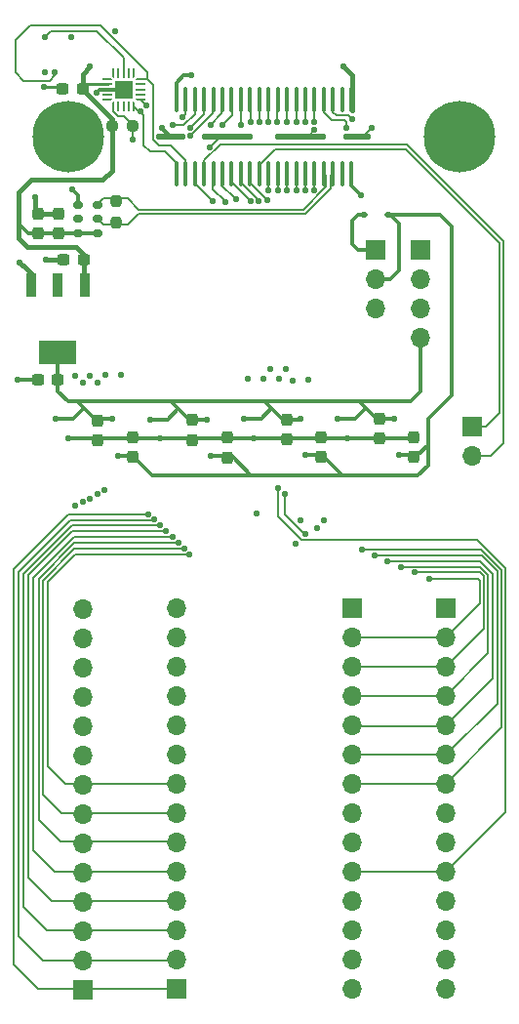
<source format=gbr>
%TF.GenerationSoftware,KiCad,Pcbnew,7.0.1*%
%TF.CreationDate,2023-09-03T17:39:20-04:00*%
%TF.ProjectId,syzygy-breakout-flash-LVL,73797a79-6779-42d6-9272-65616b6f7574,r1.0*%
%TF.SameCoordinates,PX66851e0PY4d70380*%
%TF.FileFunction,Copper,L4,Bot*%
%TF.FilePolarity,Positive*%
%FSLAX46Y46*%
G04 Gerber Fmt 4.6, Leading zero omitted, Abs format (unit mm)*
G04 Created by KiCad (PCBNEW 7.0.1) date 2023-09-03 17:39:20*
%MOMM*%
%LPD*%
G01*
G04 APERTURE LIST*
G04 Aperture macros list*
%AMRoundRect*
0 Rectangle with rounded corners*
0 $1 Rounding radius*
0 $2 $3 $4 $5 $6 $7 $8 $9 X,Y pos of 4 corners*
0 Add a 4 corners polygon primitive as box body*
4,1,4,$2,$3,$4,$5,$6,$7,$8,$9,$2,$3,0*
0 Add four circle primitives for the rounded corners*
1,1,$1+$1,$2,$3*
1,1,$1+$1,$4,$5*
1,1,$1+$1,$6,$7*
1,1,$1+$1,$8,$9*
0 Add four rect primitives between the rounded corners*
20,1,$1+$1,$2,$3,$4,$5,0*
20,1,$1+$1,$4,$5,$6,$7,0*
20,1,$1+$1,$6,$7,$8,$9,0*
20,1,$1+$1,$8,$9,$2,$3,0*%
%AMFreePoly0*
4,1,14,0.410355,0.110355,0.425000,0.075000,0.425000,0.045711,0.410355,0.010356,0.289644,-0.110355,0.254289,-0.125000,-0.375000,-0.125000,-0.410355,-0.110355,-0.425000,-0.075000,-0.425000,0.075000,-0.410355,0.110355,-0.375000,0.125000,0.375000,0.125000,0.410355,0.110355,0.410355,0.110355,$1*%
%AMFreePoly1*
4,1,14,0.289644,0.110355,0.410355,-0.010356,0.425000,-0.045711,0.425000,-0.075000,0.410355,-0.110355,0.375000,-0.125000,-0.375000,-0.125000,-0.410355,-0.110355,-0.425000,-0.075000,-0.425000,0.075000,-0.410355,0.110355,-0.375000,0.125000,0.254289,0.125000,0.289644,0.110355,0.289644,0.110355,$1*%
%AMFreePoly2*
4,1,14,0.110355,0.410355,0.125000,0.375000,0.125000,-0.375000,0.110355,-0.410355,0.075000,-0.425000,0.045711,-0.425000,0.010356,-0.410355,-0.110355,-0.289644,-0.125000,-0.254289,-0.125000,0.375000,-0.110355,0.410355,-0.075000,0.425000,0.075000,0.425000,0.110355,0.410355,0.110355,0.410355,$1*%
%AMFreePoly3*
4,1,14,0.110355,0.410355,0.125000,0.375000,0.125000,-0.254289,0.110355,-0.289644,-0.010356,-0.410355,-0.045711,-0.425000,-0.075000,-0.425000,-0.110355,-0.410355,-0.125000,-0.375000,-0.125000,0.375000,-0.110355,0.410355,-0.075000,0.425000,0.075000,0.425000,0.110355,0.410355,0.110355,0.410355,$1*%
%AMFreePoly4*
4,1,14,0.410355,0.110355,0.425000,0.075000,0.425000,-0.075000,0.410355,-0.110355,0.375000,-0.125000,-0.375000,-0.125000,-0.410355,-0.110355,-0.425000,-0.075000,-0.425000,-0.045711,-0.410355,-0.010355,-0.289643,0.110355,-0.254289,0.125000,0.375000,0.125000,0.410355,0.110355,0.410355,0.110355,$1*%
%AMFreePoly5*
4,1,14,0.410355,0.110355,0.425000,0.075000,0.425000,-0.075000,0.410355,-0.110355,0.375000,-0.125000,-0.254289,-0.125000,-0.289644,-0.110355,-0.410355,0.010356,-0.425000,0.045711,-0.425000,0.075000,-0.410355,0.110355,-0.375000,0.125000,0.375000,0.125000,0.410355,0.110355,0.410355,0.110355,$1*%
%AMFreePoly6*
4,1,14,-0.010356,0.410355,0.110355,0.289644,0.125000,0.254289,0.125000,-0.375000,0.110355,-0.410355,0.075000,-0.425000,-0.075000,-0.425000,-0.110355,-0.410355,-0.125000,-0.375000,-0.125000,0.375000,-0.110355,0.410355,-0.075000,0.425000,-0.045711,0.425000,-0.010356,0.410355,-0.010356,0.410355,$1*%
%AMFreePoly7*
4,1,14,0.110355,0.410355,0.125000,0.375000,0.125000,-0.375000,0.110355,-0.410355,0.075000,-0.425000,-0.075000,-0.425000,-0.110355,-0.410355,-0.125000,-0.375000,-0.125000,0.254289,-0.110355,0.289644,0.010356,0.410355,0.045711,0.425000,0.075000,0.425000,0.110355,0.410355,0.110355,0.410355,$1*%
G04 Aperture macros list end*
%TA.AperFunction,ComponentPad*%
%ADD10R,1.700000X1.700000*%
%TD*%
%TA.AperFunction,ComponentPad*%
%ADD11O,1.700000X1.700000*%
%TD*%
%TA.AperFunction,ComponentPad*%
%ADD12C,6.200000*%
%TD*%
%TA.AperFunction,SMDPad,CuDef*%
%ADD13RoundRect,0.060000X0.090000X1.040000X-0.090000X1.040000X-0.090000X-1.040000X0.090000X-1.040000X0*%
%TD*%
%TA.AperFunction,SMDPad,CuDef*%
%ADD14RoundRect,0.100000X-1.100000X0.150000X-1.100000X-0.150000X1.100000X-0.150000X1.100000X0.150000X0*%
%TD*%
%TA.AperFunction,SMDPad,CuDef*%
%ADD15RoundRect,0.100000X-2.075000X0.150000X-2.075000X-0.150000X2.075000X-0.150000X2.075000X0.150000X0*%
%TD*%
%TA.AperFunction,SMDPad,CuDef*%
%ADD16RoundRect,0.100000X-1.150000X0.150000X-1.150000X-0.150000X1.150000X-0.150000X1.150000X0.150000X0*%
%TD*%
%TA.AperFunction,SMDPad,CuDef*%
%ADD17RoundRect,0.237500X0.237500X-0.300000X0.237500X0.300000X-0.237500X0.300000X-0.237500X-0.300000X0*%
%TD*%
%TA.AperFunction,SMDPad,CuDef*%
%ADD18RoundRect,0.237500X-0.237500X0.300000X-0.237500X-0.300000X0.237500X-0.300000X0.237500X0.300000X0*%
%TD*%
%TA.AperFunction,SMDPad,CuDef*%
%ADD19RoundRect,0.237500X-0.250000X-0.237500X0.250000X-0.237500X0.250000X0.237500X-0.250000X0.237500X0*%
%TD*%
%TA.AperFunction,SMDPad,CuDef*%
%ADD20RoundRect,0.112500X0.187500X0.112500X-0.187500X0.112500X-0.187500X-0.112500X0.187500X-0.112500X0*%
%TD*%
%TA.AperFunction,SMDPad,CuDef*%
%ADD21RoundRect,0.237500X-0.300000X-0.237500X0.300000X-0.237500X0.300000X0.237500X-0.300000X0.237500X0*%
%TD*%
%TA.AperFunction,SMDPad,CuDef*%
%ADD22RoundRect,0.150000X-0.250000X-0.150000X0.250000X-0.150000X0.250000X0.150000X-0.250000X0.150000X0*%
%TD*%
%TA.AperFunction,SMDPad,CuDef*%
%ADD23RoundRect,0.237500X0.300000X0.237500X-0.300000X0.237500X-0.300000X-0.237500X0.300000X-0.237500X0*%
%TD*%
%TA.AperFunction,SMDPad,CuDef*%
%ADD24R,0.950000X2.150000*%
%TD*%
%TA.AperFunction,SMDPad,CuDef*%
%ADD25R,3.250000X2.150000*%
%TD*%
%TA.AperFunction,SMDPad,CuDef*%
%ADD26RoundRect,0.237500X0.237500X-0.250000X0.237500X0.250000X-0.237500X0.250000X-0.237500X-0.250000X0*%
%TD*%
%TA.AperFunction,SMDPad,CuDef*%
%ADD27FreePoly0,90.000000*%
%TD*%
%TA.AperFunction,SMDPad,CuDef*%
%ADD28RoundRect,0.062500X0.062500X-0.362500X0.062500X0.362500X-0.062500X0.362500X-0.062500X-0.362500X0*%
%TD*%
%TA.AperFunction,SMDPad,CuDef*%
%ADD29FreePoly1,90.000000*%
%TD*%
%TA.AperFunction,SMDPad,CuDef*%
%ADD30FreePoly2,90.000000*%
%TD*%
%TA.AperFunction,SMDPad,CuDef*%
%ADD31RoundRect,0.062500X0.362500X-0.062500X0.362500X0.062500X-0.362500X0.062500X-0.362500X-0.062500X0*%
%TD*%
%TA.AperFunction,SMDPad,CuDef*%
%ADD32FreePoly3,90.000000*%
%TD*%
%TA.AperFunction,SMDPad,CuDef*%
%ADD33FreePoly4,90.000000*%
%TD*%
%TA.AperFunction,SMDPad,CuDef*%
%ADD34FreePoly5,90.000000*%
%TD*%
%TA.AperFunction,SMDPad,CuDef*%
%ADD35FreePoly6,90.000000*%
%TD*%
%TA.AperFunction,SMDPad,CuDef*%
%ADD36FreePoly7,90.000000*%
%TD*%
%TA.AperFunction,SMDPad,CuDef*%
%ADD37R,1.600000X1.600000*%
%TD*%
%TA.AperFunction,ViaPad*%
%ADD38C,0.550000*%
%TD*%
%TA.AperFunction,Conductor*%
%ADD39C,0.400000*%
%TD*%
%TA.AperFunction,Conductor*%
%ADD40C,0.300000*%
%TD*%
%TA.AperFunction,Conductor*%
%ADD41C,0.250000*%
%TD*%
%TA.AperFunction,Conductor*%
%ADD42C,0.200000*%
%TD*%
G04 APERTURE END LIST*
D10*
X40534000Y-34427000D03*
D11*
X40534000Y-36967000D03*
D10*
X30120000Y-50180000D03*
D11*
X30120000Y-52720000D03*
X30120000Y-55260000D03*
X30120000Y-57800000D03*
X30120000Y-60340000D03*
X30120000Y-62880000D03*
X30120000Y-65420000D03*
X30120000Y-67960000D03*
X30120000Y-70500000D03*
X30120000Y-73040000D03*
X30120000Y-75580000D03*
X30120000Y-78120000D03*
X30120000Y-80660000D03*
X30120000Y-83200000D03*
D10*
X36089000Y-19130000D03*
D11*
X36089000Y-21670000D03*
X36089000Y-24210000D03*
X36089000Y-26750000D03*
D10*
X32159300Y-19102400D03*
D11*
X32159300Y-21642400D03*
X32159300Y-24182400D03*
D10*
X14877200Y-83200000D03*
D11*
X14877200Y-80660000D03*
X14877200Y-78120000D03*
X14877200Y-75580000D03*
X14877200Y-73040000D03*
X14877200Y-70500000D03*
X14877200Y-67960000D03*
X14877200Y-65420000D03*
X14877200Y-62880000D03*
X14877200Y-60340000D03*
X14877200Y-57800000D03*
X14877200Y-55260000D03*
X14877200Y-52720000D03*
X14877200Y-50180000D03*
D10*
X38248000Y-50180000D03*
D11*
X38248000Y-52720000D03*
X38248000Y-55260000D03*
X38248000Y-57800000D03*
X38248000Y-60340000D03*
X38248000Y-62880000D03*
X38248000Y-65420000D03*
X38248000Y-67960000D03*
X38248000Y-70500000D03*
X38248000Y-73040000D03*
X38248000Y-75580000D03*
X38248000Y-78120000D03*
X38248000Y-80660000D03*
X38248000Y-83200000D03*
D10*
X6749200Y-83290400D03*
D11*
X6749200Y-80750400D03*
X6749200Y-78210400D03*
X6749200Y-75670400D03*
X6749200Y-73130400D03*
X6749200Y-70590400D03*
X6749200Y-68050400D03*
X6749200Y-65510400D03*
X6749200Y-62970400D03*
X6749200Y-60430400D03*
X6749200Y-57890400D03*
X6749200Y-55350400D03*
X6749200Y-52810400D03*
X6749200Y-50270400D03*
D12*
X39482000Y-9286000D03*
X5482000Y-9286000D03*
D13*
X14882000Y-12486000D03*
X14882000Y-6086000D03*
X15682000Y-12486000D03*
X15682000Y-6086000D03*
X16482000Y-12486000D03*
X16482000Y-6086000D03*
X17282000Y-12486000D03*
X17282000Y-6086000D03*
X18082000Y-12486000D03*
X18082000Y-6086000D03*
X18882000Y-12486000D03*
X18882000Y-6086000D03*
X19682000Y-12486000D03*
X19682000Y-6086000D03*
X20482000Y-12486000D03*
X20482000Y-6086000D03*
X21282000Y-12486000D03*
X21282000Y-6086000D03*
X22082000Y-12486000D03*
X22082000Y-6086000D03*
X22882000Y-12486000D03*
X22882000Y-6086000D03*
X23682000Y-12486000D03*
X23682000Y-6086000D03*
X24482000Y-12486000D03*
X24482000Y-6086000D03*
X25282000Y-12486000D03*
X25282000Y-6086000D03*
X26082000Y-12486000D03*
X26082000Y-6086000D03*
X26882000Y-12486000D03*
X26882000Y-6086000D03*
X27682000Y-12486000D03*
X27682000Y-6086000D03*
X28482000Y-12486000D03*
X28482000Y-6086000D03*
X29282000Y-12486000D03*
X29282000Y-6086000D03*
X30082000Y-12486000D03*
X30082000Y-6086000D03*
D14*
X30532000Y-9286000D03*
D15*
X25632000Y-9286000D03*
X19332000Y-9286000D03*
D16*
X14432000Y-9286000D03*
D17*
X2885200Y-17686400D03*
X2885200Y-15961400D03*
D18*
X16251600Y-33873200D03*
X16251600Y-35598200D03*
D19*
X9293000Y-8371800D03*
X11118000Y-8371800D03*
D20*
X33284000Y-16082000D03*
X31184000Y-16082000D03*
D21*
X5124700Y-19993600D03*
X6849700Y-19993600D03*
D17*
X4662100Y-17682200D03*
X4662100Y-15957200D03*
D22*
X6360100Y-17682200D03*
X6360100Y-16432200D03*
X6360100Y-15182200D03*
X8010100Y-15182200D03*
X8010100Y-16432200D03*
X8010100Y-17682200D03*
D17*
X27424800Y-37060200D03*
X27424800Y-35335200D03*
D18*
X24481200Y-33824600D03*
X24481200Y-35549600D03*
D17*
X35451200Y-37061300D03*
X35451200Y-35336300D03*
X11118000Y-37060200D03*
X11118000Y-35335200D03*
D23*
X4615600Y-30356800D03*
X2890600Y-30356800D03*
X6750000Y-5175000D03*
X5025000Y-5175000D03*
D24*
X2315600Y-22194600D03*
X4615600Y-22194600D03*
X6915600Y-22194600D03*
D25*
X4615600Y-27994600D03*
D17*
X19296800Y-37112100D03*
X19296800Y-35387100D03*
D18*
X8022000Y-33926200D03*
X8022000Y-35651200D03*
D26*
X9658700Y-16713200D03*
X9658700Y-14888200D03*
D27*
X11208000Y-6653000D03*
D28*
X10758000Y-6653000D03*
X10308000Y-6653000D03*
X9858000Y-6653000D03*
D29*
X9408000Y-6653000D03*
D30*
X8858000Y-6103000D03*
D31*
X8858000Y-5653000D03*
X8858000Y-5203000D03*
X8858000Y-4753000D03*
D32*
X8858000Y-4303000D03*
D33*
X9408000Y-3753000D03*
D28*
X9858000Y-3753000D03*
X10308000Y-3753000D03*
X10758000Y-3753000D03*
D34*
X11208000Y-3753000D03*
D35*
X11758000Y-4303000D03*
D31*
X11758000Y-4753000D03*
X11758000Y-5203000D03*
X11758000Y-5653000D03*
D36*
X11758000Y-6103000D03*
D37*
X10308000Y-5203000D03*
D18*
X32558400Y-33720800D03*
X32558400Y-35445800D03*
D38*
X13454800Y-35494600D03*
X3548800Y-19993600D03*
X3450000Y-3698000D03*
X5885600Y-13897600D03*
X1313600Y-20196800D03*
X17772800Y-10189200D03*
X31844400Y-8512800D03*
X29710800Y-35494600D03*
X13610000Y-8541873D03*
X21582800Y-35494600D03*
X3350000Y-5000000D03*
X1110400Y-30356800D03*
X5530000Y-35494600D03*
X2634400Y-14558000D03*
X7936972Y-5476000D03*
X26837927Y-8742102D03*
X11731000Y-7083100D03*
X5736000Y-650000D03*
X4339000Y-3698000D03*
X11070000Y-9540000D03*
X15442000Y-7563700D03*
X18026800Y-14913600D03*
X21074800Y-30306000D03*
X14572400Y-8309600D03*
X16096400Y-8512800D03*
X19144400Y-14964400D03*
X22446400Y-30306000D03*
X16083500Y-9248415D03*
X23056000Y-29442400D03*
X20058800Y-14710400D03*
X16150000Y-3952000D03*
X17874400Y-8258800D03*
X21300535Y-14891065D03*
X23767200Y-30306000D03*
X18890400Y-8258800D03*
X24427600Y-29442400D03*
X22046105Y-14856695D03*
X20516000Y-8309600D03*
X22766275Y-14796925D03*
X21328800Y-8055600D03*
X22090800Y-8055600D03*
X22903600Y-13948400D03*
X6088800Y-30052000D03*
X22903600Y-8055600D03*
X23665600Y-8055600D03*
X6749200Y-30610800D03*
X24478400Y-13948400D03*
X7409600Y-30001200D03*
X24478400Y-8055600D03*
X25291200Y-13948400D03*
X8070000Y-30610800D03*
X25291200Y-8055600D03*
X26053200Y-13948400D03*
X8730400Y-29950400D03*
X26104000Y-8004800D03*
X26852563Y-13934963D03*
X10051200Y-29950400D03*
X26866000Y-8004800D03*
X28900800Y-33720800D03*
X20722000Y-33771600D03*
X17521600Y-33822400D03*
X12594000Y-33822400D03*
X4415200Y-33720800D03*
X25649600Y-33771600D03*
X33828400Y-33720800D03*
X9342800Y-33720800D03*
X23716400Y-13948400D03*
X30882000Y-14366000D03*
X29358000Y-3190000D03*
X7412000Y-3190000D03*
X36822800Y-47628800D03*
X35603600Y-47094800D03*
X34376636Y-46593300D03*
X33165200Y-46091800D03*
X32098400Y-45590300D03*
X31031600Y-45088800D03*
X25240400Y-44580800D03*
X24326000Y-40313600D03*
X26050935Y-43712965D03*
X23716400Y-39805600D03*
X25646800Y-42599600D03*
X27120000Y-43209200D03*
X27729600Y-42548800D03*
X21836800Y-41990000D03*
X12437990Y-42041300D03*
X12946800Y-42498500D03*
X13505600Y-43006000D03*
X14013600Y-43514000D03*
X14572400Y-44022000D03*
X15086400Y-44524000D03*
X15557645Y-45009369D03*
X15994800Y-45546000D03*
X6088800Y-41329600D03*
X6749200Y-40974000D03*
X7409600Y-40669200D03*
X8070000Y-40313600D03*
X8679600Y-39958000D03*
X26106800Y-36870400D03*
X9800000Y-36972000D03*
X17877000Y-36972000D03*
X34234800Y-36870400D03*
X9546000Y-142000D03*
X12265000Y-6610300D03*
X3450000Y-650000D03*
X24986400Y-30458400D03*
X29666500Y-8512800D03*
X30168000Y-7801600D03*
X26307200Y-30407600D03*
D39*
X2939200Y-15980400D02*
X2634400Y-15675600D01*
D40*
X1110400Y-30356800D02*
X2786800Y-30356800D01*
D41*
X3345600Y-5007600D02*
X3345600Y-5004400D01*
D40*
X13454800Y-35494600D02*
X21582800Y-35494600D01*
D42*
X31844400Y-8512800D02*
X31071200Y-9286000D01*
D40*
X8190972Y-5222000D02*
X10308000Y-5222000D01*
D41*
X3345600Y-5004400D02*
X3350000Y-5000000D01*
D42*
X26837927Y-8742102D02*
X26294029Y-9286000D01*
D40*
X6345600Y-14357600D02*
X5885600Y-13897600D01*
D42*
X17772800Y-10189200D02*
X18687200Y-9274800D01*
D39*
X2380400Y-22228800D02*
X2380400Y-21263600D01*
D42*
X31071200Y-9286000D02*
X30532000Y-9286000D01*
D40*
X5530000Y-35494600D02*
X13454800Y-35494600D01*
D39*
X5123600Y-19993600D02*
X3548800Y-19993600D01*
X2634400Y-15675600D02*
X2634400Y-14558000D01*
D40*
X14354127Y-9286000D02*
X13610000Y-8541873D01*
D39*
X1872400Y-20755600D02*
X1313600Y-20196800D01*
D42*
X26294029Y-9286000D02*
X25632000Y-9286000D01*
D39*
X4666400Y-15980400D02*
X2939200Y-15980400D01*
X2380400Y-21263600D02*
X1872400Y-20755600D01*
D42*
X18687200Y-9274800D02*
X19347600Y-9274800D01*
D40*
X6345600Y-14829000D02*
X6345600Y-14357600D01*
X6345600Y-14829000D02*
X6345600Y-15193000D01*
X7936972Y-5476000D02*
X8190972Y-5222000D01*
D41*
X3345600Y-5007600D02*
X4920400Y-5007600D01*
D40*
X21582800Y-35494600D02*
X29710800Y-35494600D01*
X29710800Y-35494600D02*
X35545800Y-35494600D01*
D42*
X11208000Y-6653000D02*
X11638000Y-7083100D01*
X14882000Y-11904500D02*
X14882000Y-12486000D01*
X13864000Y-10556000D02*
X14882000Y-11574000D01*
X12594000Y-10556000D02*
X13864000Y-10556000D01*
X14882000Y-11574000D02*
X14882000Y-11904500D01*
X12068000Y-7420200D02*
X12068000Y-10030000D01*
X11731000Y-7083100D02*
X12068000Y-7420200D01*
X12068000Y-10030000D02*
X12594000Y-10556000D01*
X11638000Y-7083100D02*
X11731000Y-7083100D01*
X13356000Y-10048000D02*
X12848000Y-9540000D01*
X15682000Y-11358000D02*
X14372000Y-10048000D01*
X12388809Y-4315076D02*
X11771362Y-4315076D01*
X15682000Y-11781700D02*
X15682000Y-12486000D01*
X4339000Y-3698000D02*
X4339000Y-3952000D01*
X14372000Y-10048000D02*
X13356000Y-10048000D01*
X3864000Y-4427000D02*
X1639000Y-4427000D01*
X12848000Y-4774267D02*
X12388809Y-4315076D01*
X1639000Y-4427000D02*
X910000Y-3698000D01*
X8276000Y366000D02*
X2180000Y366000D01*
X4339000Y-3952000D02*
X3864000Y-4427000D01*
X12388809Y-3746809D02*
X12388809Y-4315076D01*
X8276000Y366000D02*
X12388809Y-3746809D01*
X910000Y-3698000D02*
X910000Y-904000D01*
X15682000Y-11781700D02*
X15682000Y-11358000D01*
X12848000Y-9540000D02*
X12848000Y-4774267D01*
X2180000Y366000D02*
X910000Y-904000D01*
X9419000Y-7127000D02*
X9419000Y-6873000D01*
X11070000Y-9540000D02*
X11070000Y-8270000D01*
X15442000Y-7563700D02*
X15682000Y-7324000D01*
X9419000Y-6746000D02*
X9408000Y-6735000D01*
X11070000Y-8270000D02*
X10308000Y-7508000D01*
X9800000Y-7508000D02*
X9419000Y-7127000D01*
X9419000Y-7127000D02*
X9419000Y-6873000D01*
X9408000Y-6735000D02*
X9408000Y-6653000D01*
X15682000Y-7324000D02*
X15682000Y-6086000D01*
X9419000Y-6873000D02*
X9419000Y-6619000D01*
X10308000Y-7508000D02*
X9800000Y-7508000D01*
X16502800Y-12576800D02*
X16502800Y-13313390D01*
X16502800Y-13338800D02*
X16502800Y-13389600D01*
X16502800Y-13389600D02*
X18026800Y-14913600D01*
X16502800Y-7344400D02*
X16502800Y-6074400D01*
X14572400Y-8309600D02*
X15537600Y-8309600D01*
X15537600Y-8309600D02*
X16502800Y-7344400D01*
X17315600Y-12526000D02*
X17315600Y-11716521D01*
X43262752Y-35854848D02*
X42156800Y-36960800D01*
X34897648Y-9986000D02*
X43262752Y-18351104D01*
X42156800Y-36960800D02*
X40531200Y-36960800D01*
X17315600Y-11356336D02*
X18685936Y-9986000D01*
X17315600Y-11713200D02*
X17315600Y-11356336D01*
X43262752Y-18351104D02*
X43262752Y-35854848D01*
X18685936Y-9986000D02*
X34897648Y-9986000D01*
X17264800Y-6023600D02*
X17264800Y-7344400D01*
X17264800Y-7344400D02*
X16096400Y-8512800D01*
D40*
X19144400Y-14913600D02*
X19144400Y-14964400D01*
D42*
X18077600Y-13846800D02*
X19144400Y-14913600D01*
X18077600Y-12526000D02*
X18077600Y-13846800D01*
X18077600Y-7254315D02*
X16083500Y-9248415D01*
X18077600Y-6023600D02*
X18077600Y-7254315D01*
X18839600Y-13440400D02*
X18839600Y-12526000D01*
D40*
X20008000Y-14659600D02*
X20058800Y-14710400D01*
D42*
X18839600Y-13491200D02*
X20008000Y-14659600D01*
D40*
X15540400Y-3952000D02*
X14880000Y-4612400D01*
X16150000Y-3952000D02*
X15540400Y-3952000D01*
X14880000Y-6238000D02*
X14880000Y-4612400D01*
D42*
X17874400Y-8258800D02*
X18839600Y-7293600D01*
X18839600Y-7293600D02*
X18839600Y-6023600D01*
X19703200Y-13313790D02*
X21227200Y-14837790D01*
X19703200Y-12475200D02*
X19703200Y-13313790D01*
D40*
X21247260Y-14837790D02*
X21300535Y-14891065D01*
X21227200Y-14837790D02*
X21247260Y-14837790D01*
D42*
X19703200Y-7446000D02*
X19703200Y-6074400D01*
X18890400Y-8258800D02*
X19703200Y-7446000D01*
X20465200Y-13275790D02*
X21989200Y-14799790D01*
D40*
X21989200Y-14799790D02*
X22046105Y-14856695D01*
D42*
X20465200Y-12475200D02*
X20465200Y-13275790D01*
X20516000Y-8309600D02*
X20516000Y-6074400D01*
D40*
X22750610Y-14761200D02*
X22750610Y-14781260D01*
D42*
X21278000Y-13288590D02*
X22750610Y-14761200D01*
X21278000Y-12475200D02*
X21278000Y-13288590D01*
D40*
X22750610Y-14781260D02*
X22766275Y-14796925D01*
D42*
X21328800Y-7446000D02*
X21328800Y-8055600D01*
X21328800Y-6074400D02*
X21328800Y-7446000D01*
X42935752Y-33286248D02*
X41750400Y-34471600D01*
X42935752Y-18486552D02*
X42935752Y-33286248D01*
X22090800Y-12627600D02*
X22090800Y-11741321D01*
X41750400Y-34471600D02*
X40632800Y-34471600D01*
X34841600Y-10392400D02*
X42935752Y-18486552D01*
X22090800Y-11741321D02*
X23439721Y-10392400D01*
X23439721Y-10392400D02*
X34841600Y-10392400D01*
X22090800Y-6074400D02*
X22090800Y-7446000D01*
X22090800Y-7446000D02*
X22090800Y-8055600D01*
X22903600Y-12526000D02*
X22903600Y-13948400D01*
X22903600Y-6074400D02*
X22903600Y-8055600D01*
X23665600Y-6074400D02*
X23665600Y-8055600D01*
X24478400Y-12475200D02*
X24478400Y-13948400D01*
X24478400Y-6074400D02*
X24478400Y-8055600D01*
X25291200Y-12475200D02*
X25291200Y-13948400D01*
X25291200Y-6074400D02*
X25291200Y-8055600D01*
X26053200Y-12424400D02*
X26053200Y-13948400D01*
X26104000Y-6074400D02*
X26104000Y-8004800D01*
X26866000Y-12424400D02*
X26866000Y-13921526D01*
D40*
X26866000Y-13921526D02*
X26852563Y-13934963D01*
D42*
X26866000Y-6074400D02*
X26866000Y-8004800D01*
X25894156Y-15602600D02*
X27882000Y-13614756D01*
X27882000Y-12686000D02*
X27682000Y-12486000D01*
X11626000Y-15602600D02*
X25894156Y-15602600D01*
X8019200Y-15167600D02*
X8527200Y-14659600D01*
X10683000Y-14659600D02*
X11626000Y-15602600D01*
X27882000Y-13614756D02*
X27882000Y-12686000D01*
X8527200Y-14659600D02*
X10683000Y-14659600D01*
D40*
X20722000Y-33771600D02*
X22246000Y-33771600D01*
X30424800Y-33720800D02*
X31339200Y-32806400D01*
X24125600Y-33822400D02*
X22601600Y-32298400D01*
X33828400Y-33771600D02*
X32304400Y-33771600D01*
D42*
X23160800Y-32856700D02*
X22932100Y-33085400D01*
X17471000Y-33873000D02*
X17522000Y-33822000D01*
D40*
X36064000Y-31384000D02*
X36064000Y-26804000D01*
D42*
X15032000Y-32908000D02*
X15032500Y-32907500D01*
D40*
X5939200Y-33720800D02*
X6853600Y-32806400D01*
X5490400Y-32247600D02*
X6294800Y-32247600D01*
X4415200Y-33720800D02*
X5939200Y-33720800D01*
X9342800Y-33771600D02*
X7818800Y-33771600D01*
X28900800Y-33720800D02*
X30424800Y-33720800D01*
D42*
X22932100Y-33085400D02*
X22931900Y-33085400D01*
X22931900Y-33085400D02*
X22931900Y-33085300D01*
D40*
X25649600Y-33822400D02*
X24125600Y-33822400D01*
X34438000Y-32248000D02*
X35200000Y-32248000D01*
X35200000Y-32248000D02*
X36064000Y-31384000D01*
X34438000Y-32247600D02*
X6294800Y-32247600D01*
D42*
X25600000Y-33822000D02*
X25650000Y-33772000D01*
D40*
X32304400Y-33771600D02*
X30780400Y-32247600D01*
X17521600Y-33873200D02*
X15997600Y-33873200D01*
X4615600Y-27969200D02*
X4615600Y-31372800D01*
X4615600Y-31372800D02*
X5490400Y-32247600D01*
X22246000Y-33771600D02*
X23160400Y-32857200D01*
D42*
X32558400Y-33720800D02*
X32558400Y-33772000D01*
D40*
X12594000Y-33822400D02*
X14118000Y-33822400D01*
X14118000Y-33822400D02*
X15032400Y-32908000D01*
X9342800Y-33771600D02*
X9342800Y-33720800D01*
X15997600Y-33873200D02*
X14473600Y-32349200D01*
X7818800Y-33771600D02*
X6294800Y-32247600D01*
D42*
X23716400Y-12475200D02*
X23716400Y-13948400D01*
X28282000Y-12686000D02*
X28482000Y-12486000D01*
X26059844Y-16002600D02*
X28282000Y-13780444D01*
X10683000Y-16945600D02*
X11626000Y-16002600D01*
X8019200Y-16437600D02*
X8527200Y-16945600D01*
X11626000Y-16002600D02*
X26059844Y-16002600D01*
X8527200Y-16945600D02*
X10683000Y-16945600D01*
X28282000Y-13780444D02*
X28282000Y-12686000D01*
D40*
X30082000Y-13467400D02*
X30082000Y-13566000D01*
X30082000Y-13467400D02*
X30082000Y-12486000D01*
X30082000Y-13566000D02*
X30882000Y-14366000D01*
X2180000Y-17682200D02*
X8022000Y-17682200D01*
D39*
X6190400Y-18876000D02*
X1974000Y-18876000D01*
X6850800Y-19587200D02*
X6850800Y-22178000D01*
X1212000Y-14151600D02*
X1212000Y-16844000D01*
X6190400Y-18876000D02*
X6850800Y-19536400D01*
X1212000Y-18114000D02*
X1212000Y-17961600D01*
X8490400Y-13034000D02*
X2329600Y-13034000D01*
X6752000Y-5222000D02*
X6752000Y-3850000D01*
X6752000Y-3850000D02*
X7412000Y-3190000D01*
X6752000Y-5222000D02*
X9292000Y-7762000D01*
X1974000Y-18876000D02*
X1212000Y-18114000D01*
X1212000Y-16844000D02*
X1212000Y-17961600D01*
X9292000Y-12232400D02*
X9292000Y-7762000D01*
D40*
X2050200Y-17682200D02*
X1212000Y-16844000D01*
D41*
X7224000Y-4750000D02*
X6752000Y-5222000D01*
D39*
X2329600Y-13034000D02*
X1212000Y-14151600D01*
X30120000Y-3952000D02*
X29358000Y-3190000D01*
D41*
X9000000Y-4750000D02*
X7224000Y-4750000D01*
D39*
X30120000Y-3952000D02*
X30120000Y-7000000D01*
X9292000Y-12232400D02*
X8490400Y-13034000D01*
D40*
X2180000Y-17682200D02*
X2050200Y-17682200D01*
D42*
X30082000Y-6086000D02*
X30120000Y-6086000D01*
X41220200Y-49733800D02*
X38245200Y-52708800D01*
X38296000Y-52708800D02*
X30168000Y-52708800D01*
X36822800Y-47628800D02*
X41039200Y-47628800D01*
X41220200Y-47809800D02*
X41220200Y-49733800D01*
X41039200Y-47628800D02*
X41220200Y-47809800D01*
X38245200Y-55248800D02*
X30168000Y-55248800D01*
X41547200Y-51946800D02*
X38245200Y-55248800D01*
X41216400Y-47094800D02*
X41547200Y-47425600D01*
X41547200Y-47425600D02*
X41547200Y-51946800D01*
X35603600Y-47094800D02*
X41216400Y-47094800D01*
X41953600Y-47324000D02*
X41953600Y-54080400D01*
X41953600Y-54080400D02*
X38245200Y-57788800D01*
X41222900Y-46593300D02*
X41953600Y-47324000D01*
X38245200Y-57839600D02*
X30117200Y-57839600D01*
X34376636Y-46593300D02*
X41222900Y-46593300D01*
X42360000Y-56264800D02*
X42360000Y-47222400D01*
X38245200Y-60379600D02*
X42360000Y-56264800D01*
X42360000Y-47222400D02*
X41229400Y-46091800D01*
X41229400Y-46091800D02*
X33165200Y-46091800D01*
X38296000Y-60430400D02*
X30117200Y-60430400D01*
X41383052Y-45590300D02*
X32098400Y-45590300D01*
X42763776Y-46971024D02*
X41383052Y-45590300D01*
X42738376Y-58477224D02*
X42738376Y-46996424D01*
X42738376Y-46996424D02*
X42763776Y-46971024D01*
X38296000Y-62919600D02*
X42738376Y-58477224D01*
X38296000Y-62919600D02*
X30117200Y-62919600D01*
X43122000Y-46866800D02*
X43122000Y-60532000D01*
X43122000Y-60532000D02*
X38245200Y-65408800D01*
X41344000Y-45088800D02*
X43122000Y-46866800D01*
X38245200Y-65408800D02*
X30117200Y-65408800D01*
X31031600Y-45088800D02*
X41344000Y-45088800D01*
X26046700Y-43717200D02*
X26050935Y-43712965D01*
X24326000Y-42040800D02*
X26002400Y-43717200D01*
X26002400Y-43717200D02*
X26046700Y-43717200D01*
X24326000Y-40313600D02*
X24326000Y-41380400D01*
X24326000Y-41380400D02*
X24326000Y-42040800D01*
X43477600Y-46714400D02*
X43477600Y-67847200D01*
X23716400Y-42244000D02*
X25719800Y-44247400D01*
X25719800Y-44247400D02*
X41010600Y-44247400D01*
X23716400Y-39805600D02*
X23716400Y-42244000D01*
X38296000Y-73028800D02*
X30218800Y-73028800D01*
X41010600Y-44247400D02*
X43477600Y-46714400D01*
X43477600Y-67847200D02*
X38296000Y-73028800D01*
X12437990Y-42041300D02*
X12437490Y-42040800D01*
X754800Y-81055200D02*
X2888400Y-83188800D01*
X2888400Y-83188800D02*
X14877200Y-83188800D01*
X12437490Y-42040800D02*
X5530000Y-42040800D01*
X754800Y-46816000D02*
X754800Y-81055200D01*
X5530000Y-42040800D02*
X754800Y-46816000D01*
X1212000Y-47019200D02*
X1212000Y-78616800D01*
X12946800Y-42498500D02*
X12902500Y-42542800D01*
X3345600Y-80750400D02*
X14826400Y-80750400D01*
X1212000Y-78616800D02*
X3345600Y-80750400D01*
X5688400Y-42542800D02*
X1212000Y-47019200D01*
X12902500Y-42542800D02*
X5688400Y-42542800D01*
X1618400Y-76076800D02*
X3650400Y-78108800D01*
X1618400Y-47222400D02*
X1618400Y-76076800D01*
X3650400Y-78108800D02*
X14877200Y-78108800D01*
X13505600Y-43006000D02*
X13499600Y-43000000D01*
X13499600Y-43000000D02*
X5840800Y-43000000D01*
X5840800Y-43000000D02*
X1618400Y-47222400D01*
X14013600Y-43514000D02*
X5885600Y-43514000D01*
X2075600Y-73587600D02*
X4107600Y-75619600D01*
X5885600Y-43514000D02*
X2075600Y-47324000D01*
X2075600Y-47324000D02*
X2075600Y-73587600D01*
X4107600Y-75619600D02*
X14775600Y-75619600D01*
X2482000Y-47527200D02*
X2482000Y-71149200D01*
X2482000Y-71149200D02*
X4361600Y-73028800D01*
X4361600Y-73028800D02*
X14928000Y-73028800D01*
X5987200Y-44022000D02*
X2482000Y-47527200D01*
X14572400Y-44022000D02*
X5987200Y-44022000D01*
X6044000Y-44524000D02*
X2939200Y-47628800D01*
X4818800Y-70438000D02*
X14775600Y-70438000D01*
X2939200Y-68558400D02*
X4818800Y-70438000D01*
X2939200Y-47628800D02*
X2939200Y-68558400D01*
X15086400Y-44524000D02*
X6044000Y-44524000D01*
X3294800Y-66323200D02*
X4920400Y-67948800D01*
X4920400Y-67948800D02*
X14877200Y-67948800D01*
X15541014Y-45026000D02*
X6050000Y-45026000D01*
X6050000Y-45026000D02*
X3294800Y-47781200D01*
X15557645Y-45009369D02*
X15541014Y-45026000D01*
X3294800Y-47781200D02*
X3294800Y-66323200D01*
X3701200Y-47882800D02*
X3701200Y-63884800D01*
X6088800Y-45546000D02*
X3752000Y-47882800D01*
X5225200Y-65408800D02*
X14928000Y-65408800D01*
X15994800Y-45546000D02*
X6088800Y-45546000D01*
X3701200Y-63884800D02*
X5225200Y-65408800D01*
X3752000Y-47882800D02*
X3701200Y-47882800D01*
D40*
X35860400Y-36870400D02*
X34234800Y-36870400D01*
X37740000Y-16082000D02*
X38756000Y-17098000D01*
X19706000Y-36972000D02*
X17877200Y-36972000D01*
X29307200Y-38648400D02*
X35860400Y-38648400D01*
X33470000Y-16082000D02*
X33216000Y-16082000D01*
X21382400Y-38648400D02*
X19706000Y-36972000D01*
X12797200Y-38648400D02*
X11120800Y-36972000D01*
X36724000Y-37784800D02*
X35860400Y-38648400D01*
X21382400Y-38648400D02*
X29307200Y-38648400D01*
X33470000Y-21670000D02*
X32200000Y-21670000D01*
X36724000Y-36007000D02*
X36724000Y-33772000D01*
X12797200Y-38648400D02*
X21382400Y-38648400D01*
X36724000Y-36006800D02*
X35860400Y-36870400D01*
X34232000Y-16844000D02*
X34232000Y-20908000D01*
X27529200Y-36870400D02*
X29307200Y-38648400D01*
X34232000Y-20908000D02*
X33470000Y-21670000D01*
X26106800Y-36870400D02*
X27529200Y-36870400D01*
X33470000Y-16082000D02*
X34232000Y-16844000D01*
X36724000Y-36006800D02*
X36724000Y-37784800D01*
X37740000Y-16082000D02*
X33470000Y-16082000D01*
X11120800Y-36972000D02*
X9800000Y-36972000D01*
X36724000Y-33772000D02*
X38756000Y-31740000D01*
X38756000Y-31740000D02*
X38756000Y-17098000D01*
D42*
X11758000Y-6103000D02*
X12265000Y-6610300D01*
X7973400Y-136700D02*
X3963300Y-136700D01*
X10308000Y-3753000D02*
X10308000Y-2471300D01*
X10308000Y-2471300D02*
X7973400Y-136700D01*
X3450000Y-650000D02*
X3963300Y-136700D01*
X29666500Y-8062100D02*
X29456800Y-7852400D01*
X27678800Y-7141200D02*
X27678800Y-6074400D01*
X29666500Y-8062100D02*
X29666500Y-8512800D01*
X28390000Y-7852400D02*
X27678800Y-7141200D01*
X29456800Y-7852400D02*
X28390000Y-7852400D01*
X28491600Y-7090400D02*
X28491600Y-6074400D01*
X30168000Y-7801600D02*
X29779400Y-7413000D01*
X28763400Y-7413000D02*
X28491600Y-7141200D01*
X29779400Y-7413000D02*
X28763400Y-7413000D01*
D40*
X30168000Y-16590000D02*
X30676000Y-16082000D01*
X30676000Y-16082000D02*
X31184000Y-16082000D01*
X30676000Y-19130000D02*
X30168000Y-18622000D01*
X32200000Y-19130000D02*
X30676000Y-19130000D01*
X30168000Y-18622000D02*
X30168000Y-16590000D01*
M02*

</source>
